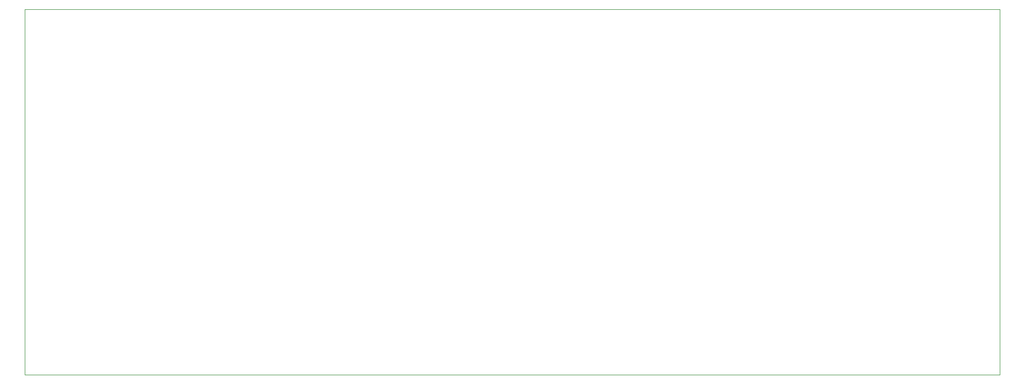
<source format=gbr>
%TF.GenerationSoftware,KiCad,Pcbnew,8.0.0*%
%TF.CreationDate,2024-03-05T13:39:49+01:00*%
%TF.ProjectId,nixie_clock_design,6e697869-655f-4636-9c6f-636b5f646573,rev?*%
%TF.SameCoordinates,Original*%
%TF.FileFunction,Profile,NP*%
%FSLAX46Y46*%
G04 Gerber Fmt 4.6, Leading zero omitted, Abs format (unit mm)*
G04 Created by KiCad (PCBNEW 8.0.0) date 2024-03-05 13:39:49*
%MOMM*%
%LPD*%
G01*
G04 APERTURE LIST*
%TA.AperFunction,Profile*%
%ADD10C,0.100000*%
%TD*%
G04 APERTURE END LIST*
D10*
X80100000Y-129000000D02*
X240100000Y-129000000D01*
X80100000Y-69000000D02*
X80100000Y-129000000D01*
X240100000Y-69000000D02*
X80100000Y-69000000D01*
X240100000Y-129000000D02*
X240100000Y-69000000D01*
M02*

</source>
